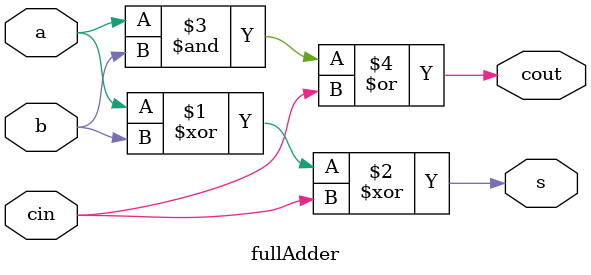
<source format=v>

module fullAdder(a,b,cin,cout,s);

//declare i/o ports.
input a,b,cin;
output cout,s;

//assigning sum and carry values.
assign s= (a^b)^cin;
assign cout=(a&b)|cin;

//ending module
endmodule

</source>
